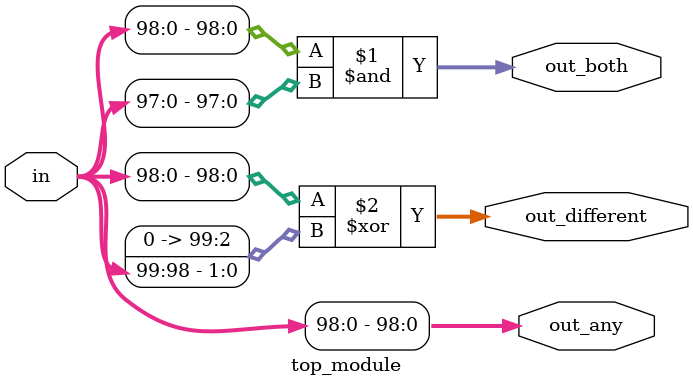
<source format=sv>
module top_module (
    input [99:0] in,
    output [98:0] out_both,
    output [99:1] out_any,
    output [99:0] out_different
);

    // Fixing the assignment of out_both
    assign out_both = in[98:0] & in[97:0];
    
    // Fixing the assignment of out_any
    assign out_any = {in[99], in[98:0]};
    
    // Fixing the assignment of out_different
    assign out_different = in[98:0] ^ {in[99], in[98]};

endmodule

</source>
